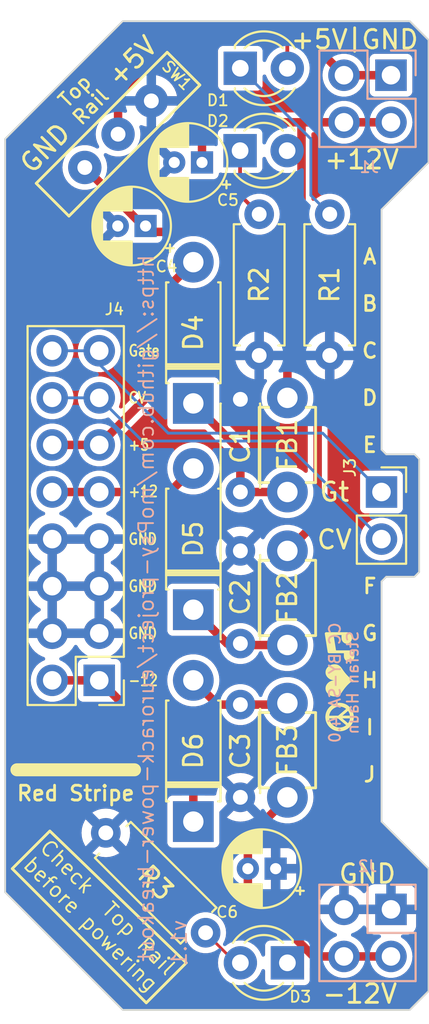
<source format=kicad_pcb>
(kicad_pcb (version 20221018) (generator pcbnew)
  (title_block (title "Eurorack Power Breakout") (date "2023-01-13") (rev "1.1") (company "moPsy"))
  (layers (0 "F.Cu" signal) (31 "B.Cu" signal) (34 "B.Paste" user) (35 "F.Paste" user) (36 "B.SilkS" user "B.Silkscreen") (37 "F.SilkS" user "F.Silkscreen") (38 "B.Mask" user) (39 "F.Mask" user) (44 "Edge.Cuts" user))
  (net 0 "")
  (net 1 "Net-(C1-Pad1)")
  (net 2 "GND")
  (net 3 "Net-(C2-Pad1)")
  (net 4 "Net-(C3-Pad2)")
  (net 5 "+5V")
  (net 6 "+12V")
  (net 7 "-12V")
  (net 8 "Net-(D1-Pad1)")
  (net 9 "Net-(D2-Pad1)")
  (net 10 "Net-(D4-Pad2)")
  (net 11 "Net-(D5-Pad2)")
  (net 12 "Net-(D6-Pad1)")
  (net 13 "5Vselect")
  (net 14 "Gate")
  (net 15 "CV")
  (net 16 "Net-(D3-Pad2)")
  (footprint "Diode_THT:D_DO-41_SOD81_P7.62mm_Horizontal" (layer "F.Cu") (at 137.16 115.57 90)
    (fp_text reference "D5" (at 3.81 0 90) (layer "F.SilkS"))
    (fp_text value "1N5817")
    (pad "1" thru_hole rect (at 0 0 90) (size 2.2 2.2) (drill 1.1) (layers "*.Cu" "*.Mask") (net 3 "Net-(C2-Pad1)"))
    (pad "2" thru_hole oval (at 7.62 0 90) (size 2.2 2.2) (drill 1.1) (layers "*.Cu" "*.Mask") (net 11 "Net-(D5-Pad2)"))
  )
  (footprint "Capacitor_THT:CP_Radial_D4.0mm_P1.50mm" (layer "F.Cu") (at 137.6286 91.44 180)
    (fp_text reference "C5" (at -1.397 -2.032) (layer "F.SilkS") (effects (font (size 0.6 0.6) (thickness 0.1))))
    (fp_text value "10u")
    (pad "1" thru_hole rect (at 0 0 180) (size 1.2 1.2) (drill 0.6) (layers "*.Cu" "*.Mask") (net 6 "+12V"))
    (pad "2" thru_hole circle (at 1.5 0 180) (size 1.2 1.2) (drill 0.6) (layers "*.Cu" "*.Mask") (net 2 "GND"))
  )
  (footprint "Resistor_THT:R_Axial_DIN0207_L6.3mm_D2.5mm_P7.62mm_Horizontal" (layer "F.Cu") (at 137.822077 132.996077 135)
    (fp_text reference "R3" (at 3.81 0 315 unlocked) (layer "F.SilkS"))
    (fp_text value "22k")
    (pad "1" thru_hole circle (at 0 0 135) (size 1.6 1.6) (drill 0.8) (layers "*.Cu" "*.Mask") (net 16 "Net-(D3-Pad2)"))
    (pad "2" thru_hole oval (at 7.62 0 135) (size 1.6 1.6) (drill 0.8) (layers "*.Cu" "*.Mask") (net 2 "GND"))
  )
  (footprint "mopsy:FBeadL4D4" (layer "F.Cu") (at 142.24 106.68 90)
    (fp_text reference "FB1" (at 0 0 90 unlocked) (layer "F.SilkS"))
    (fp_text value "FerriteBead")
    (pad "1" thru_hole circle (at -2.54 0 90) (size 2.2 2.2) (drill 1.1) (layers "*.Cu" "*.Mask") (net 1 "Net-(C1-Pad1)"))
    (pad "2" thru_hole circle (at 2.54 0 90) (size 2.2 2.2) (drill 1.1) (layers "*.Cu" "*.Mask") (net 5 "+5V"))
  )
  (footprint "LED_THT:LED_D3.0mm" (layer "F.Cu") (at 139.695 86.36)
    (fp_text reference "D1" (at -1.2142 1.7272) (layer "F.SilkS") (effects (font (size 0.6 0.6) (thickness 0.1))))
    (fp_text value "rt")
    (pad "1" thru_hole rect (at 0 0) (size 1.8 1.8) (drill 0.9) (layers "*.Cu" "*.Mask") (net 8 "Net-(D1-Pad1)"))
    (pad "2" thru_hole circle (at 2.54 0) (size 1.8 1.8) (drill 0.9) (layers "*.Cu" "*.Mask") (net 13 "5Vselect"))
  )
  (footprint "Connector_PinSocket_2.54mm:PinSocket_1x02_P2.54mm_Vertical" (layer "F.Cu") (at 147.32 109.22)
    (fp_text reference "J3" (at -1.7018 -1.3208 270) (layer "F.SilkS") (effects (font (size 0.6 0.6) (thickness 0.1))))
    (fp_text value "bus")
    (pad "1" thru_hole rect locked (at 0 0) (size 1.7 1.7) (drill 1) (layers "*.Cu" "*.Mask") (net 14 "Gate"))
    (pad "2" thru_hole oval locked (at 0 2.54) (size 1.7 1.7) (drill 1) (layers "*.Cu" "*.Mask") (net 15 "CV"))
  )
  (footprint "Resistor_THT:R_Axial_DIN0207_L6.3mm_D2.5mm_P7.62mm_Horizontal" (layer "F.Cu") (at 140.716 94.234 -90)
    (fp_text reference "R2" (at 3.81 0 90) (layer "F.SilkS"))
    (fp_text value "10k")
    (pad "1" thru_hole circle (at 0 0 270) (size 1.6 1.6) (drill 0.8) (layers "*.Cu" "*.Mask") (net 9 "Net-(D2-Pad1)"))
    (pad "2" thru_hole oval (at 7.62 0 270) (size 1.6 1.6) (drill 0.8) (layers "*.Cu" "*.Mask") (net 2 "GND"))
  )
  (footprint "Resistor_THT:R_Axial_DIN0207_L6.3mm_D2.5mm_P7.62mm_Horizontal" (layer "F.Cu") (at 144.526 94.234 -90)
    (fp_text reference "R1" (at 3.81 0 90) (layer "F.SilkS"))
    (fp_text value "10k")
    (pad "1" thru_hole circle (at 0 0 270) (size 1.6 1.6) (drill 0.8) (layers "*.Cu" "*.Mask") (net 8 "Net-(D1-Pad1)"))
    (pad "2" thru_hole oval (at 7.62 0 270) (size 1.6 1.6) (drill 0.8) (layers "*.Cu" "*.Mask") (net 2 "GND"))
  )
  (footprint "mopsy:FBeadL4D4" (layer "F.Cu") (at 142.24 114.935 90)
    (fp_text reference "FB2" (at 0 0 90 unlocked) (layer "F.SilkS"))
    (fp_text value "FerriteBead")
    (pad "1" thru_hole circle (at -2.54 0 90) (size 2.2 2.2) (drill 1.1) (layers "*.Cu" "*.Mask") (net 3 "Net-(C2-Pad1)"))
    (pad "2" thru_hole circle (at 2.54 0 90) (size 2.2 2.2) (drill 1.1) (layers "*.Cu" "*.Mask") (net 6 "+12V"))
  )
  (footprint "LED_THT:LED_D3.0mm" (layer "F.Cu") (at 139.685 90.805)
    (fp_text reference "D2" (at -1.2042 -1.6002) (layer "F.SilkS") (effects (font (size 0.6 0.6) (thickness 0.1))))
    (fp_text value "ye")
    (pad "1" thru_hole rect (at 0 0) (size 1.8 1.8) (drill 0.9) (layers "*.Cu" "*.Mask") (net 9 "Net-(D2-Pad1)"))
    (pad "2" thru_hole circle (at 2.54 0) (size 1.8 1.8) (drill 0.9) (layers "*.Cu" "*.Mask") (net 6 "+12V"))
  )
  (footprint "Capacitor_THT:C_Disc_D4.3mm_W1.9mm_P5.00mm" (layer "F.Cu") (at 139.7 117.395 90)
    (fp_text reference "C2" (at 2.5 0 90) (layer "F.SilkS"))
    (fp_text value "100n")
    (pad "1" thru_hole circle (at 0 0 90) (size 1.6 1.6) (drill 0.8) (layers "*.Cu" "*.Mask") (net 3 "Net-(C2-Pad1)"))
    (pad "2" thru_hole circle (at 5 0 90) (size 1.6 1.6) (drill 0.8) (layers "*.Cu" "*.Mask") (net 2 "GND"))
  )
  (footprint "Capacitor_THT:C_Disc_D4.3mm_W1.9mm_P5.00mm" (layer "F.Cu") (at 139.7 109.22 90)
    (fp_text reference "C1" (at 2.5 0 90) (layer "F.SilkS"))
    (fp_text value "100n")
    (pad "1" thru_hole circle (at 0 0 90) (size 1.6 1.6) (drill 0.8) (layers "*.Cu" "*.Mask") (net 1 "Net-(C1-Pad1)"))
    (pad "2" thru_hole circle (at 5 0 90) (size 1.6 1.6) (drill 0.8) (layers "*.Cu" "*.Mask") (net 2 "GND"))
  )
  (footprint "mopsy:Switch_SPDT_NK236" (layer "F.Cu") (at 133.096 89.916 45)
    (fp_text reference "SW1" (at 4.490128 0 315 unlocked) (layer "F.SilkS") (effects (font (size 0.6 0.6) (thickness 0.1))))
    (fp_text value "SW_SPDT")
    (pad "1" thru_hole circle (at 0 0 45) (size 1.8 1.8) (drill 0.8) (layers "*.Cu" "*.Mask") (net 13 "5Vselect"))
    (pad "2" thru_hole circle (at 2.54 0 45) (size 1.8 1.8) (drill 0.8) (layers "*.Cu" "*.Mask") (net 2 "GND"))
    (pad "3" thru_hole circle (at -2.54 0 45) (size 1.8 1.8) (drill 0.8) (layers "*.Cu" "*.Mask") (net 5 "+5V"))
  )
  (footprint "Diode_THT:D_DO-41_SOD81_P7.62mm_Horizontal" (layer "F.Cu") (at 137.16 104.44 90)
    (fp_text reference "D4" (at 3.81 0 90) (layer "F.SilkS"))
    (fp_text value "1N5817")
    (pad "1" thru_hole rect (at 0 0 90) (size 2.2 2.2) (drill 1.1) (layers "*.Cu" "*.Mask") (net 1 "Net-(C1-Pad1)"))
    (pad "2" thru_hole oval (at 7.62 0 90) (size 2.2 2.2) (drill 1.1) (layers "*.Cu" "*.Mask") (net 10 "Net-(D4-Pad2)"))
  )
  (footprint "Capacitor_THT:CP_Radial_D4.0mm_P1.50mm" (layer "F.Cu") (at 134.5806 94.869 180)
    (fp_text reference "C4" (at -1.131 -2.1844) (layer "F.SilkS") (effects (font (size 0.6 0.6) (thickness 0.1))))
    (fp_text value "10u")
    (pad "1" thru_hole rect (at 0 0 180) (size 1.2 1.2) (drill 0.6) (layers "*.Cu" "*.Mask") (net 5 "+5V"))
    (pad "2" thru_hole circle (at 1.5 0 180) (size 1.2 1.2) (drill 0.6) (layers "*.Cu" "*.Mask") (net 2 "GND"))
  )
  (footprint "LED_THT:LED_D3.0mm" (layer "F.Cu") (at 142.24 134.62 180)
    (fp_text reference "D3" (at -0.6962 -1.8288) (layer "F.SilkS") (effects (font (size 0.6 0.6) (thickness 0.1))))
    (fp_text value "bl")
    (pad "1" thru_hole rect (at 0 0 180) (size 1.8 1.8) (drill 0.9) (layers "*.Cu" "*.Mask") (net 7 "-12V"))
    (pad "2" thru_hole circle (at 2.54 0 180) (size 1.8 1.8) (drill 0.9) (layers "*.Cu" "*.Mask") (net 16 "Net-(D3-Pad2)"))
  )
  (footprint "Capacitor_THT:CP_Radial_D4.0mm_P1.50mm" (layer "F.Cu") (at 141.605 129.54 180)
    (fp_text reference "C6" (at 2.6162 -2.3368) (layer "F.SilkS") (effects (font (size 0.6 0.6) (thickness 0.1))))
    (fp_text value "10u")
    (pad "1" thru_hole rect (at 0 0 180) (size 1.2 1.2) (drill 0.6) (layers "*.Cu" "*.Mask") (net 2 "GND"))
    (pad "2" thru_hole circle (at 1.5 0 180) (size 1.2 1.2) (drill 0.6) (layers "*.Cu" "*.Mask") (net 7 "-12V"))
  )
  (footprint "Diode_THT:D_DO-41_SOD81_P7.62mm_Horizontal" (layer "F.Cu") (at 137.16 127 90)
    (fp_text reference "D6" (at 3.81 0 90) (layer "F.SilkS"))
    (fp_text value "1N5817")
    (pad "1" thru_hole rect (at 0 0 90) (size 2.2 2.2) (drill 1.1) (layers "*.Cu" "*.Mask") (net 12 "Net-(D6-Pad1)"))
    (pad "2" thru_hole oval (at 7.62 0 90) (size 2.2 2.2) (drill 1.1) (layers "*.Cu" "*.Mask") (net 4 "Net-(C3-Pad2)"))
  )
  (footprint "Connector_PinHeader_2.54mm:PinHeader_2x08_P2.54mm_Vertical" (layer "F.Cu") (at 132.08 119.38 180)
    (fp_text reference "J4" (at -0.8128 20.0152) (layer "F.SilkS") (effects (font (size 0.6 0.6) (thickness 0.1))))
    (fp_text value "PWR")
    (pad "1" thru_hole rect (at 0 0 180) (size 1.7 1.7) (drill 1) (layers "*.Cu" "*.Mask") (net 12 "Net-(D6-Pad1)"))
    (pad "2" thru_hole oval (at 2.54 0 180) (size 1.7 1.7) (drill 1) (layers "*.Cu" "*.Mask") (net 12 "Net-(D6-Pad1)"))
    (pad "3" thru_hole oval (at 0 2.54 180) (size 1.7 1.7) (drill 1) (layers "*.Cu" "*.Mask") (net 2 "GND"))
    (pad "4" thru_hole oval (at 2.54 2.54 180) (size 1.7 1.7) (drill 1) (layers "*.Cu" "*.Mask") (net 2 "GND"))
    (pad "5" thru_hole oval (at 0 5.08 180) (size 1.7 1.7) (drill 1) (layers "*.Cu" "*.Mask") (net 2 "GND"))
    (pad "6" thru_hole oval (at 2.54 5.08 180) (size 1.7 1.7) (drill 1) (layers "*.Cu" "*.Mask") (net 2 "GND"))
    (pad "7" thru_hole oval (at 0 7.62 180) (size 1.7 1.7) (drill 1) (layers "*.Cu" "*.Mask") (net 2 "GND"))
    (pad "8" thru_hole oval (at 2.54 7.62 180) (size 1.7 1.7) (drill 1) (layers "*.Cu" "*.Mask") (net 2 "GND"))
    (pad "9" thru_hole oval (at 0 10.16 180) (size 1.7 1.7) (drill 1) (layers "*.Cu" "*.Mask") (net 11 "Net-(D5-Pad2)"))
    (pad "10" thru_hole oval (at 2.54 10.16 180) (size 1.7 1.7) (drill 1) (layers "*.Cu" "*.Mask") (net 11 "Net-(D5-Pad2)"))
    (pad "11" thru_hole oval (at 0 12.7 180) (size 1.7 1.7) (drill 1) (layers "*.Cu" "*.Mask") (net 10 "Net-(D4-Pad2)"))
    (pad "12" thru_hole oval (at 2.54 12.7 180) (size 1.7 1.7) (drill 1) (layers "*.Cu" "*.Mask") (net 10 "Net-(D4-Pad2)"))
    (pad "13" thru_hole oval (at 0 15.24 180) (size 1.7 1.7) (drill 1) (layers "*.Cu" "*.Mask") (net 15 "CV"))
    (pad "14" thru_hole oval (at 2.54 15.24 180) (size 1.7 1.7) (drill 1) (layers "*.Cu" "*.Mask") (net 15 "CV"))
    (pad "15" thru_hole oval (at 0 17.78 180) (size 1.7 1.7) (drill 1) (layers "*.Cu" "*.Mask") (net 14 "Gate"))
    (pad "16" thru_hole oval (at 2.54 17.78 180) (size 1.7 1.7) (drill 1) (layers "*.Cu" "*.Mask") (net 14 "Gate"))
  )
  (footprint "Capacitor_THT:C_Disc_D4.3mm_W1.9mm_P5.00mm" (layer "F.Cu") (at 139.7 125.69 90)
    (fp_text reference "C3" (at 2.5 0 90) (layer "F.SilkS"))
    (fp_text value "100n")
    (pad "1" thru_hole circle (at 0 0 90) (size 1.6 1.6) (drill 0.8) (layers "*.Cu" "*.Mask") (net 2 "GND"))
    (pad "2" thru_hole circle (at 5 0 90) (size 1.6 1.6) (drill 0.8) (layers "*.Cu" "*.Mask") (net 4 "Net-(C3-Pad2)"))
  )
  (footprint "mopsy:FBeadL4D4" (layer "F.Cu") (at 142.24 123.15 -90)
    (fp_text reference "FB3" (at 0 0 90 unlocked) (layer "F.SilkS"))
    (fp_text value "FerriteBead")
    (pad "1" thru_hole circle (at -2.54 0 270) (size 2.2 2.2) (drill 1.1) (layers "*.Cu" "*.Mask") (net 4 "Net-(C3-Pad2)"))
    (pad "2" thru_hole circle (at 2.54 0 270) (size 2.2 2.2) (drill 1.1) (layers "*.Cu" "*.Mask") (net 7 "-12V"))
  )
  (footprint "Connector_PinHeader_2.54mm:PinHeader_2x02_P2.54mm_Vertical" (layer "B.Cu") (at 147.833 86.735 180)
    (fp_text reference "J1" (at 1.1734 -4.959) (layer "B.SilkS") (effects (font (size 0.6 0.6) (thickness 0.1)) (justify mirror)))
    (fp_text value "upper")
    (pad "1" thru_hole rect locked (at 0 0 180) (size 1.7 1.7) (drill 1) (layers "*.Cu" "*.Mask") (net 13 "5Vselect"))
    (pad "2" thru_hole oval locked (at 2.54 0 180) (size 1.7 1.7) (drill 1) (layers "*.Cu" "*.Mask") (net 13 "5Vselect"))
    (pad "3" thru_hole oval locked (at 0 -2.54 180) (size 1.7 1.7) (drill 1) (layers "*.Cu" "*.Mask") (net 6 "+12V"))
    (pad "4" thru_hole oval locked (at 2.54 -2.54 180) (size 1.7 1.7) (drill 1) (layers "*.Cu" "*.Mask") (net 6 "+12V"))
  )
  (footprint "Connector_PinHeader_2.54mm:PinHeader_2x02_P2.54mm_Vertical" (layer "B.Cu") (at 147.833 131.735 180)
    (fp_text reference "J2" (at 1.27 2.33) (layer "B.SilkS") (effects (font (size 0.6 0.6) (thickness 0.1)) (justify mirror)))
    (fp_text value "lower")
    (pad "1" thru_hole rect locked (at 0 0 180) (size 1.7 1.7) (drill 1) (layers "*.Cu" "*.Mask") (net 2 "GND"))
    (pad "2" thru_hole oval locked (at 2.54 0 180) (size 1.7 1.7) (drill 1) (layers "*.Cu" "*.Mask") (net 2 "GND"))
    (pad "3" thru_hole oval locked (at 0 -2.54 180) (size 1.7 1.7) (drill 1) (layers "*.Cu" "*.Mask") (net 7 "-12V"))
    (pad "4" thru_hole oval locked (at 2.54 -2.54 180) (size 1.7 1.7) (drill 1) (layers "*.Cu" "*.Mask") (net 7 "-12V"))
  )
  (gr_line (start 144.399734 121.259761) (end 144.405587 121.22699) (stroke (width 0.2)) (layer "F.SilkS"))
  (gr_line (start 144.392067 121.361105) (end 144.392933 121.32686) (stroke (width 0.2)) (layer "F.SilkS"))
  (gr_line (start 145.693088 121.163215) (end 145.702055 121.194794) (stroke (width 0.2)) (layer "F.SilkS"))
  (gr_line (start 144.405587 121.22699) (end 144.413018 121.194794) (stroke (width 0.2)) (layer "F.SilkS"))
  (gr_line (start 145.374739 120.775955) (end 145.402607 120.791978) (stroke (width 0.2)) (layer "F.SilkS"))
  (gr_line (start 134.62 136.779) (end 136.779 134.62) (stroke (width 0.15)) (layer "F.SilkS"))
  (gr_line (start 144.457689 121.649614) (end 144.444363 121.620136) (stroke (width 0.2)) (layer "F.SilkS"))
  (gr_line (start 145.72214 121.32686) (end 145.723006 121.361105) (stroke (width 0.2)) (layer "F.SilkS"))
  (gr_line (start 145.702055 121.194794) (end 145.709486 121.22699) (stroke (width 0.2)) (layer "F.SilkS"))
  (gr_line (start 145.286347 120.736017) (end 145.316567 120.747932) (stroke (width 0.2)) (layer "F.SilkS"))
  (gr_line (start 144.712466 120.791978) (end 144.740334 120.775955) (stroke (width 0.2)) (layer "F.SilkS"))
  (gr_line (start 144.685466 121.912923) (end 144.659376 121.89437) (stroke (width 0.2)) (layer "F.SilkS"))
  (gr_line (start 145.480837 120.847597) (end 145.504983 120.868513) (stroke (width 0.2)) (layer "F.SilkS"))
  (gr_line (start 145.091782 122.025709) (end 145.057537 122.026575) (stroke (width 0.2)) (layer "F.SilkS"))
  (gr_line (start 144.859646 120.725554) (end 144.891226 120.716587) (stroke (width 0.2)) (layer "F.SilkS"))
  (gr_line (start 145.223848 122.005624) (end 145.191652 122.013055) (stroke (width 0.2)) (layer "F.SilkS"))
  (gr_line (start 145.528094 121.831663) (end 145.504983 121.853698) (stroke (width 0.2)) (layer "F.SilkS"))
  (gr_line (start 145.402607 120.791978) (end 145.429607 120.809288) (stroke (width 0.2)) (layer "F.SilkS"))
  (gr_line (start 145.509434 120.935232) (end 144.997909 121.369386) (stroke (width 0.149999)) (layer "F.SilkS"))
  (gr_line (start 145.402607 121.930233) (end 145.374739 121.946256) (stroke (width 0.2)) (layer "F.SilkS"))
  (gr_line (start 144.413018 121.527417) (end 144.405587 121.495221) (stroke (width 0.2)) (layer "F.SilkS"))
  (gr_line (start 145.346045 120.761259) (end 145.374739 120.775955) (stroke (width 0.2)) (layer "F.SilkS"))
  (gr_line (start 145.702055 121.527417) (end 145.693088 121.558996) (stroke (width 0.2)) (layer "F.SilkS"))
  (gr_line (start 144.956192 120.703304) (end 144.989496 120.699072) (stroke (width 0.2)) (layer "F.SilkS"))
  (gr_line (start 145.67071 121.620136) (end 145.657383 121.649614) (stroke (width 0.2)) (layer "F.SilkS"))
  (gr_line (start 145.642687 121.678308) (end 145.626664 121.706175) (stroke (width 0.2)) (layer "F.SilkS"))
  (gr_line (start 145.512849 121.79166) (end 144.998235 121.354886) (stroke (width 0.149999)) (layer "F.SilkS"))
  (gr_line (start 144.564944 121.808552) (end 144.544028 121.784406) (stroke (width 0.2)) (layer "F.SilkS"))
  (gr_line (start 144.798506 121.974279) (end 144.769028 121.960952) (stroke (width 0.2)) (layer "F.SilkS"))
  (gr_line (start 144.432447 121.132295) (end 144.444363 121.102075) (stroke (width 0.2)) (layer "F.SilkS"))
  (gr_line (start 144.769028 120.761259) (end 144.798506 120.747932) (stroke (width 0.2)) (layer "F.SilkS"))
  (gr_line (start 144.634236 121.874614) (end 144.61009 121.853698) (stroke (width 0.2)) (layer "F.SilkS"))
  (gr_line (start 144.989496 120.699072) (end 145.023292 120.696502) (stroke (width 0.2)) (layer "F.SilkS"))
  (gr_line (start 145.550129 121.808552) (end 145.528094 121.831663) (stroke (width 0.2)) (layer "F.SilkS"))
  (gr_line (start 144.421985 121.163215) (end 144.432447 121.132295) (stroke (width 0.2)) (layer "F.SilkS"))
  (gr_line (start 145.191652 122.013055) (end 145.158881 122.018907) (stroke (width 0.2)) (layer "F.SilkS"))
  (gr_line (start 127.635 124.206) (end 133.985 124.206) (stroke (width 0.7)) (layer "F.SilkS"))
  (gr_line (start 145.715338 121.46245) (end 145.709486 121.495221) (stroke (width 0.2)) (layer "F.SilkS"))
  (gr_line (start 145.504983 121.853698) (end 145.480837 121.874614) (stroke (width 0.2)) (layer "F.SilkS"))
  (gr_line (start 144.740334 121.946256) (end 144.712466 121.930233) (stroke (width 0.2)) (layer "F.SilkS"))
  (gr_line (start 144.413018 121.194794) (end 144.421985 121.163215) (stroke (width 0.2)) (layer "F.SilkS"))
  (gr_line (start 145.609354 121.733176) (end 145.590801 121.759266) (stroke (width 0.2)) (layer "F.SilkS"))
  (gr_line (start 144.769028 121.960952) (end 144.740334 121.946256) (stroke (width 0.2)) (layer "F.SilkS"))
  (gr_line (start 144.488409 121.016035) (end 144.505719 120.989035) (stroke (width 0.2)) (layer "F.SilkS"))
  (gr_line (start 144.395503 121.429146) (end 144.392933 121.39535) (stroke (width 0.2)) (layer "F.SilkS"))
  (gr_line (start 145.528094 120.890548) (end 145.550129 120.913659) (stroke (width 0.2)) (layer "F.SilkS"))
  (gr_line (start 145.057537 122.026575) (end 145.023292 122.025709) (stroke (width 0.2)) (layer "F.SilkS"))
  (gr_line (start 145.693088 121.558996) (end 145.682625 121.589916) (stroke (width 0.2)) (layer "F.SilkS"))
  (gr_line (start 144.61009 121.853698) (end 144.586978 121.831663) (stroke (width 0.2)) (layer "F.SilkS"))
  (gr_line (start 144.505719 121.733176) (end 144.488409 121.706175) (stroke (width 0.2)) (layer "F.SilkS"))
  (gr_line (start 145.709486 121.22699) (end 145.715338 121.259761) (stroke (width 0.2)) (layer "F.SilkS"))
  (gr_line (start 144.444363 121.620136) (end 144.432447 121.589916) (stroke (width 0.2)) (layer "F.SilkS"))
  (gr_line (start 145.158881 122.018907) (end 145.125577 122.023139) (stroke (width 0.2)) (layer "F.SilkS"))
  (gr_line (start 145.504983 120.868513) (end 145.528094 120.890548) (stroke (width 0.2)) (layer "F.SilkS"))
  (gr_line (start 144.564944 120.913659) (end 144.586978 120.890548) (stroke (width 0.2)) (layer "F.SilkS"))
  (gr_line (start 144.989496 122.023139) (end 144.956192 122.018907) (stroke (width 0.2)) (layer "F.SilkS"))
  (gr_line (start 144.859646 121.996657) (end 144.828726 121.986194) (stroke (width 0.2)) (layer "F.SilkS"))
  (gr_line (start 145.286347 121.986194) (end 145.255427 121.996657) (stroke (width 0.2)) (layer "F.SilkS"))
  (gr_line (start 145.429607 121.912923) (end 145.402607 121.930233) (stroke (width 0.2)) (layer "F.SilkS"))
  (gr_line (start 144.444363 121.102075) (end 144.457689 121.072597) (stroke (width 0.2)) (layer "F.SilkS"))
  (gr_line (start 145.125577 120.699072) (end 145.158881 120.703304) (stroke (width 0.2)) (layer "F.SilkS"))
  (gr_line (start 144.659376 121.89437) (end 144.634236 121.874614) (stroke (width 0.2)) (layer "F.SilkS"))
  (gr_line (start 144.828726 120.736017) (end 144.859646 120.725554) (stroke (width 0.2)) (layer "F.SilkS"))
  (gr_line (start 145.657383 121.072597) (end 145.67071 121.102075) (stroke (width 0.2)) (layer "F.SilkS"))
  (gr_line (start 144.634236 120.847597) (end 144.659376 120.827841) (stroke (width 0.2)) (layer "F.SilkS"))
  (gr_line (start 144.685466 120.809288) (end 144.712466 120.791978) (stroke (width 0.2)) (layer "F.SilkS"))
  (gr_line (start 144.457689 121.072597) (end 144.472385 121.043903) (stroke (width 0.2)) (layer "F.SilkS"))
  (gr_line (start 145.657383 121.649614) (end 145.642687 121.678308) (stroke (width 0.2)) (layer "F.SilkS"))
  (gr_line (start 144.392933 121.32686) (end 144.395503 121.293065) (stroke (width 0.2)) (layer "F.SilkS"))
  (gr_line (start 144.544028 121.784406) (end 144.524272 121.759266) (stroke (width 0.2)) (layer "F.SilkS"))
  (gr_line (start 144.891226 122.005624) (end 144.859646 121.996657) (stroke (width 0.2)) (layer "F.SilkS"))
  (gr_line (start 145.71957 121.293065) (end 145.72214 121.32686) (stroke (width 0.2)) (layer "F.SilkS"))
  (gr_line (start 145.057537 120.695636) (end 145.057537 120.695636) (stroke (width 0.2)) (layer "F.SilkS"))
  (gr_line (start 145.642687 121.043903) (end 145.657383 121.072597) (stroke (width 0.2)) (layer "F.SilkS"))
  (gr_line (start 145.255427 121.996657) (end 145.223848 122.005624) (stroke (width 0.2)) (layer "F.SilkS"))
  (gr_line (start 145.057537 122.026575) (end 145.057537 122.026575) (stroke (width 0.2)) (layer "F.SilkS"))
  (gr_line (start 145.316567 121.974279) (end 145.286347 121.986194) (stroke (width 0.2)) (layer "F.SilkS"))
  (gr_line (start 145.8722 84.1756) (end 145.8722 85.4456) (stroke (width 0.15)) (layer "F.SilkS"))
  (gr_line (start 127.381 129.54) (end 129.413 127.508) (stroke (width 0.15)) (layer "F.SilkS"))
  (gr_line (start 144.392933 121.39535) (end 144.392067 121.361105) (stroke (width 0.2)) (layer "F.SilkS"))
  (gr_line (start 144.405587 121.495221) (end 144.399734 121.46245) (stroke (width 0.2)) (layer "F.SilkS"))
  (gr_line (start 144.586978 120.890548) (end 144.61009 120.868513) (stroke (width 0.2)) (layer "F.SilkS"))
  (gr_line (start 145.67071 121.102075) (end 145.682625 121.132295) (stroke (width 0.2)) (layer "F.SilkS"))
  (gr_line (start 144.392067 121.361105) (end 144.392067 121.361105) (stroke (width 0.2)) (layer "F.SilkS"))
  (gr_line (start 145.723006 121.361105) (end 145.723006 121.361105) (stroke (width 0.2)) (layer "F.SilkS"))
  (gr_line (start 129.413 127.508) (end 136.779 134.62) (stroke (width 0.15)) (layer "F.SilkS"))
  (gr_line (start 144.956192 122.018907) (end 144.923421 122.013055) (stroke (width 0.2)) (layer "F.SilkS"))
  (gr_line (start 144.891226 120.716587) (end 144.923421 120.709156) (stroke (width 0.2)) (layer "F.SilkS"))
  (gr_line (start 144.659376 120.827841) (end 144.685466 120.809288) (stroke (width 0.2)) (layer "F.SilkS"))
  (gr_line (start 145.429607 120.809288) (end 145.455697 120.827841) (stroke (width 0.2)) (layer "F.SilkS"))
  (gr_line (start 145.626664 121.016035) (end 145.642687 121.043903) (stroke (width 0.2)) (layer "F.SilkS"))
  (gr_line (start 145.023292 122.025709) (end 144.989496 122.023139) (stroke (width 0.2)) (layer "F.SilkS"))
  (gr_line (start 145.346045 121.960952) (end 145.316567 121.974279) (stroke (width 0.2)) (layer "F.SilkS"))
  (gr_line (start 144.923421 120.709156) (end 144.956192 120.703304) (stroke (width 0.2)) (layer "F.SilkS"))
  (gr_line (start 145.72214 121.39535) (end 145.71957 121.429146) (stroke (width 0.2)) (layer "F.SilkS"))
  (gr_line (start 144.923421 122.013055) (end 144.891226 122.005624) (stroke (width 0.2)) (layer "F.SilkS"))
  (gr_line (start 144.798506 120.747932) (end 144.828726 120.736017) (stroke (width 0.2)) (layer "F.SilkS"))
  (gr_line (start 144.472385 121.043903) (end 144.488409 121.016035) (stroke (width 0.2)) (layer "F.SilkS"))
  (gr_line (start 145.626664 121.706175) (end 145.609354 121.733176) (stroke (width 0.2)) (layer "F.SilkS"))
  (gr_line (start 145.057537 120.695636) (end 145.091782 120.696502) (stroke (width 0.2)) (layer "F.SilkS"))
  (gr_line (start 145.590801 121.759266) (end 145.571045 121.784406) (stroke (width 0.2)) (layer "F.SilkS"))
  (gr_line (start 145.682625 121.589916) (end 145.67071 121.620136) (stroke (width 0.2)) (layer "F.SilkS"))
  (gr_line (start 145.571045 121.784406) (end 145.550129 121.808552) (stroke (width 0.2)) (layer "F.SilkS"))
  (gr_line (start 144.452393 121.364421) (end 145.670417 121.35779) (stroke (width 0.149999)) (layer "F.SilkS"))
  (gr_line (start 144.505719 120.989035) (end 144.524272 120.962945) (stroke (width 0.2)) (layer "F.SilkS"))
  (gr_line (start 145.255427 120.725554) (end 145.286347 120.736017) (stroke (width 0.2)) (layer "F.SilkS"))
  (gr_line (start 145.125577 122.023139) (end 145.091782 122.025709) (stroke (width 0.2)) (layer "F.SilkS"))
  (gr_line (start 144.828726 121.986194) (end 144.798506 121.974279) (stroke (width 0.2)) (layer "F.SilkS"))
  (gr_line (start 144.712466 121.930233) (end 144.685466 121.912923) (stroke (width 0.2)) (layer "F.SilkS"))
  (gr_line (start 145.455697 120.827841) (end 145.480837 120.847597) (stroke (width 0.2)) (layer "F.SilkS"))
  (gr_line (start 145.609354 120.989035) (end 145.626664 121.016035) (stroke (width 0.2)) (layer "F.SilkS"))
  (gr_line (start 144.524272 120.962945) (end 144.544028 120.937805) (stroke (width 0.2)) (layer "F.SilkS"))
  (gr_line (start 144.399734 121.46245) (end 144.395503 121.429146) (stroke (width 0.2)) (layer "F.SilkS"))
  (gr_line (start 145.091782 120.696502) (end 145.125577 120.699072) (stroke (width 0.2)) (layer "F.SilkS"))
  (gr_line (start 144.472385 121.678308) (end 144.457689 121.649614) (stroke (width 0.2)) (layer "F.SilkS"))
  (gr_line (start 145.455697 121.89437) (end 145.429607 121.912923) (stroke (width 0.2)) (layer "F.SilkS"))
  (gr_line (start 144.421985 121.558996) (end 144.413018 121.527417) (stroke (width 0.2)) (layer "F.SilkS"))
  (gr_line (start 145.571045 120.937805) (end 145.590801 120.962945) (stroke (width 0.2)) (layer "F.SilkS"))
  (gr_line (start 145.158881 120.703304) (end 145.191652 120.709156) (stroke (width 0.2)) (layer "F.SilkS"))
  (gr_poly (pts (xy 144.298755 118.934755) (xy 144.299189 118.923746) (xy 144.299911 118.912845) (xy 144.300923 118.902054) (xy 144.302223 118.891371) (xy 144.303813 118.880797) (xy 144.305691 118.870332) (xy 144.307858 118.859976) (xy 144.310315 118.849729) (xy 144.31306 118.83959) (xy 144.316094 118.82956) (xy 144.319417 118.819639) (xy 144.323029 118.809827) (xy 144.32693 118.800124) (xy 144.33112 118.790529) (xy 144.335599 118.781044) (xy 144.340667 118.771105) (xy 144.345961 118.761311) (xy 144.351483 118.751662) (xy 144.357231 118.742158) (xy 144.363207 118.732799) (xy 144.369409 118.723586) (xy 144.375839 118.714517) (xy 144.382496 118.705594) (xy 144.389379 118.696816) (xy 144.39649 118.688182) (xy 144.403828 118.679694) (xy 144.411393 118.671351) (xy 144.419185 118.663153) (xy 144.427203 118.6551) (xy 144.435449 118.647192) (xy 144.443922 118.63943) (xy 144.452917 118.631576) (xy 144.462066 118.623977) (xy 144.47137 118.616631) (xy 144.480828 118.60954) (xy 144.490442 118.602702) (xy 144.50021 118.596118) (xy 144.510134 118.589789) (xy 144.520212 118.583713) (xy 144.530444 118.577891) (xy 144.540832 118.572323) (xy 144.551374 118.567009) (xy 144.562071 118.561949) (xy 144.572923 118.557142) (xy 144.58393 118.55259) (xy 144.595092 118.548292) (xy 144.606408 118.544247) (xy 144.617833 118.540312) (xy 144.62932 118.53663) (xy 144.640868 118.533202) (xy 144.652479 118.530028) (xy 144.664151 118.527108) (xy 144.675885 118.524442) (xy 144.687681 118.522029) (xy 144.69954 118.519871) (xy 144.71146 118.517966) (xy 144.723442 118.516316) (xy 144.735486 118.514919) (xy 144.747591 118.513777) (xy 144.759759 118.512888) (xy 144.771989 118.512253) (xy 144.78428 118.511872) (xy 144.796634 118.511745) (xy 144.826001 118.512625) (xy 144.854656 118.515264) (xy 144.882598 118.519662) (xy 144.909829 118.525819) (xy 144.936347 118.533736) (xy 144.962154 118.543412) (xy 144.987248 118.554848) (xy 145.01163 118.568043) (xy 145.0353 118.582997) (xy 145.058258 118.59971) (xy 145.080504 118.618182) (xy 145.102038 118.638414) (xy 145.122859 118.660405) (xy 145.142969 118.684156) (xy 145.162366 118.709665) (xy 145.181051 118.736934) (xy 145.220997 118.79617) (xy 145.260911 118.852866) (xy 145.300794 118.907023) (xy 145.340647 118.958641) (xy 145.380468 119.00772) (xy 145.420259 119.05426) (xy 145.460018 119.09826) (xy 145.499747 119.139721) (xy 145.539444 119.178643) (xy 145.579111 119.215026) (xy 145.618747 119.24887) (xy 145.658351 119.280174) (xy 145.697925 119.30894) (xy 145.737468 119.335166) (xy 145.77698 119.358853) (xy 145.816461 119.38) (xy 145.816461 119.380001) (xy 145.77698 119.401148) (xy 145.737468 119.424835) (xy 145.697925 119.451062) (xy 145.658351 119.479827) (xy 145.618747 119.511131) (xy 145.579111 119.544975) (xy 145.539444 119.581358) (xy 145.499747 119.62028) (xy 145.460018 119.661741) (xy 145.420259 119.705742) (xy 145.380468 119.752281) (xy 145.340647 119.80136) (xy 145.300794 119.852978) (xy 145.260911 119.907135) (xy 145.220997 119.963831) (xy 145.181051 120.023067) (xy 145.162057 120.050336) (xy 145.142391 120.075845) (xy 145.122054 120.099596) (xy 145.101047 120.121587) (xy 145.079369 120.141819) (xy 145.05702 120.160291) (xy 145.034 120.177005) (xy 145.022239 120.184701) (xy 145.010309 120.191959) (xy 144.998212 120.198776) (xy 144.985948 120.205153) (xy 144.973516 120.211091) (xy 144.960916 120.216589) (xy 144.948148 120.221647) (xy 144.935213 120.226265) (xy 144.922109 120.230443) (xy 144.908839 120.234181) (xy 144.8954 120.23748) (xy 144.881794 120.240339) (xy 144.86802 120.242758) (xy 144.854078 120.244737) (xy 144.825691 120.247376) (xy 144.796634 120.248256) (xy 144.771989 120.247766) (xy 144.747591 120.246297) (xy 144.723442 120.243849) (xy 144.69954 120.240421) (xy 144.675885 120.236013) (xy 144.652479 120.230627) (xy 144.62932 120.22426) (xy 144.606408 120.216915) (xy 144.595092 120.21273) (xy 144.58393 120.2083) (xy 144.572923 120.203625) (xy 144.562071 120.198705) (xy 144.551374 120.193541) (xy 144.540832 120.188131) (xy 144.530444 120.182477) (xy 144.520212 120.176578) (xy 144.510134 120.170434) (xy 144.50021 120.164046) (xy 144.490442 120.157412) (xy 144.480828 120.150534) (xy 144.47137 120.14341) (xy 144.462066 120.136042) (xy 144.452917 120.128429) (xy 144.443922 120.120572) (xy 144.435449 120.112809) (xy 144.427203 120.104901) (xy 144.419185 120.096848) (xy 144.411393 120.08865) (xy 144.403828 120.080307) (xy 144.39649 120.071819) (xy 144.389379 120.063186) (xy 144.382496 120.054408) (xy 144.375839 120.045484) (xy 144.369409 120.036416) (xy 144.363207 120.027202) (xy 144.357231 120.017843) (xy 144.351483 120.008339) (xy 144.345961 119.99869) (xy 144.340667 119.988896) (xy 144.335599 119.978957) (xy 144.33112 119.969472) (xy 144.32693 119.959877) (xy 144.323029 119.950174) (xy 144.319417 119.940362) (xy 144.316094 119.930441) (xy 144.31306 119.920411) (xy 144.310315 119.910272) (xy 144.307858 119.900025) (xy 144.305691 119.889669) (xy 144.303813 119.879203) (xy 144.302223 119.86863) (xy 144.300923 119.857947) (xy 144.299911 119.847155) (xy 144.299189 119.836255) (xy 144.298755 119.825246) (xy 144.298611 119.814128) (xy 144.298755 119.80301) (xy 144.299189 119.792001) (xy 144.299911 119.7811) (xy 144.300923 119.770309) (xy 144.302223 119.759626) (xy 144.303813 119.749052) (xy 144.305691 119.738587) (xy 144.307858 119.728231) (xy 144.310315 119.717983) (xy 144.31306 119.707845) (xy 144.316094 119.697815) (xy 144.319417 119.687894) (xy 144.323029 119.678082) (xy 144.32693 119.668378) (xy 144.33112 119.658784) (xy 144.335599 119.649298) (xy 144.340512 119.639495) (xy 144.345672 119.629819) (xy 144.35108 119.62027) (xy 144.356736 119.610848) (xy 144.362639 119.601553) (xy 144.36879 119.592385) (xy 144.375189 119.583343) (xy 144.381835 119.574429) (xy 144.388729 119.565642) (xy 144.395871 119.556981) (xy 144.40326 119.548448) (xy 144.410897 119.540041) (xy 144.418782 119.531762) (xy 144.426914 119.523609) (xy 144.435294 119.515584) (xy 144.443922 119.507685) (xy 144.452597 119.500108) (xy 144.461447 119.492758) (xy 144.470472 119.485635) (xy 144.479673 119.478738) (xy 144.489049 119.472068) (xy 144.4986 119.465625) (xy 144.508327 119.459408) (xy 144.51823 119.453419) (xy 144.528308 119.447656) (xy 144.538561 119.442119) (xy 144.54899 119.43681) (xy 144.559594 119.431727) (xy 144.570374 119.426871) (xy 144.581329 119.422241) (xy 144.59246 119.417839) (xy 144.603766 119.413663) (xy 144.615046 119.409586) (xy 144.626429 119.405773) (xy 144.637916 119.402223) (xy 144.649506 119.398935) (xy 144.661199 119.395911) (xy 144.672995 119.39315) (xy 144.684895 119.390651) (xy 144.696897 119.388416) (xy 144.709003 119.386443) (xy 144.721212 119.384734) (xy 144.733524 119.383288) (xy 144.74594 119.382104) (xy 144.758459 119.381184) (xy 144.77108 119.380526) (xy 144.783806 119.380132) (xy 144.796634 119.38) (xy 144.77108 119.379492) (xy 144.74594 119.377969) (xy 144.721212 119.37543) (xy 144.709003 119.373779) (xy 144.696897 119.371875) (xy 144.684895 119.369716) (xy 144.672995 119.367304) (xy 144.661199 119.364638) (xy 144.649506 119.361718) (xy 144.637916 119.358544) (xy 144.626429 119.355116) (xy 144.615046 119.351435) (xy 144.603766 119.347499) (xy 144.59246 119.343182) (xy 144.581329 119.338648) (xy 144.570374 119.333896) (xy 144.559594 119.328927) (xy 144.54899 119.32374) (xy 144.538561 119.318335) (xy 144.528308 119.312712) (xy 144.51823 119.306872) (xy 144.508327 119.300814) (xy 144.4986 119.294539) (xy 144.489049 119.288046) (xy 144.479672 119.281335) (xy 144.470472 119.274407) (xy 144.461447 119.267261) (xy 144.452597 119.259897) (xy 144.443922 119.252316) (xy 144.435294 119.244417) (xy 144.426914 119.236391) (xy 144.418782 119.228239) (xy 144.410897 119.219959) (xy 144.40326 119.211553) (xy 144.395871 119.203019) (xy 144.388729 119.194359) (xy 144.381835 119.185572) (xy 144.375189 119.176657) (xy 144.36879 119.167616) (xy 144.362639 119.158448) (xy 144.356736 119.149153) (xy 144.35108 119.13973) (xy 144.345672 119.130181) (xy 144.340512 119.120505) (xy 144.335599 119.110702) (xy 144.33112 119.101216) (xy 144.32693 119.091622) (xy 144.323029 119.081919) (xy 144.319417 119.072106) (xy 144.316094 119.062185) (xy 144.31306 119.052156) (xy 144.310315 119.042017) (xy 144.307858 119.03177) (xy 144.305691 119.021414) (xy 144.303813 119.010949) (xy 144.302223 119.000375) (xy 144.300923 118.989692) (xy 144.299911 118.9789) (xy 144.299189 118.968) (xy 144.298755 118.956991) (xy 144.298611 118.945873)) (fill solid) (layer "F.SilkS"))
  (gr_line (start 144.488409 121.706175) (end 144.472385 121.678308) (stroke (width 0.2)) (layer "F.SilkS"))
  (gr_line (start 144.395503 121.293065) (end 144.399734 121.259761) (stroke (width 0.2)) (layer "F.SilkS"))
  (gr_line (start 145.316567 120.747932) (end 145.346045 120.761259) (stroke (width 0.2)) (layer "F.SilkS"))
  (gr_line (start 145.023292 120.696502) (end 145.057537 120.695636) (stroke (width 0.2)) (layer "F.SilkS"))
  (gr_line (start 145.191652 120.709156) (end 145.223848 120.716587) (stroke (width 0.2)) (layer "F.SilkS"))
  (gr_poly (pts (xy 144.258413 116.855819) (xy 144.258777 116.851673) (xy 144.259361 116.847561) (xy 144.260165 116.843494) (xy 144.261184 116.839479) (xy 144.262417 116.835525) (xy 144.26386 116.831641) (xy 144.265513 116.827835) (xy 144.267371 116.824115) (xy 144.269433 116.820492) (xy 144.271696 116.816971) (xy 144.274157 116.813564) (xy 144.276814 116.810277) (xy 144.279648 116.807139) (xy 144.282633 116.804175) (xy 144.28576 116.80139) (xy 144.289022 116.798788) (xy 144.292409 116.796371) (xy 144.295915 116.794145) (xy 144.299529 116.792112) (xy 144.303245 116.790277) (xy 144.307054 116.788643) (xy 144.310948 116.787215) (xy 144.314917 116.785996) (xy 144.318955 116.784991) (xy 144.323052 116.784202) (xy 144.327201 116.783633) (xy 144.331393 116.783289) (xy 144.33562 116.783174) (xy 145.444277 116.783174) (xy 145.458849 116.783577) (xy 145.473233 116.784774) (xy 145.48741 116.786745) (xy 145.501362 116.789471) (xy 145.515071 116.792931) (xy 145.52852 116.797107) (xy 145.54169 116.801978) (xy 145.554564 116.807526) (xy 145.567124 116.81373) (xy 145.57935 116.820571) (xy 145.591227 116.828029) (xy 145.602735 116.836085) (xy 145.613857 116.844719) (xy 145.624575 116.853912) (xy 145.63487 116.863643) (xy 145.644725 116.873894) (xy 145.654122 116.884645) (xy 145.663043 116.895876) (xy 145.67147 116.907568) (xy 145.679385 116.919701) (xy 145.686769 116.932255) (xy 145.693606 116.945211) (xy 145.699877 116.95855) (xy 145.705564 116.972251) (xy 145.71065 116.986295) (xy 145.715115 117.000662) (xy 145.718943 117.015334) (xy 145.722115 117.03029) (xy 145.724614 117.04551) (xy 145.726421 117.060976) (xy 145.727518 117.076667) (xy 145.727888 117.092564) (xy 145.727518 117.108462) (xy 145.726421 117.124153) (xy 145.724614 117.139619) (xy 145.722115 117.154839) (xy 145.718943 117.169795) (xy 145.715116 117.184467) (xy 145.71065 117.198834) (xy 145.705565 117.212879) (xy 145.699878 117.22658) (xy 145.693607 117.239918) (xy 145.68677 117.252874) (xy 145.679385 117.265429) (xy 145.671471 117.277561) (xy 145.663044 117.289253) (xy 145.654123 117.300485) (xy 145.644726 117.311236) (xy 145.634871 117.321487) (xy 145.624576 117.331219) (xy 145.613858 117.340411) (xy 145.602737 117.349046) (xy 145.591228 117.357102) (xy 145.579352 117.36456) (xy 145.567125 117.371401) (xy 145.554566 117.377605) (xy 145.541692 117.383153) (xy 145.528521 117.388024) (xy 145.515072 117.3922) (xy 145.501363 117.39566) (xy 145.48741 117.398386) (xy 145.473233 117.400357) (xy 145.458849 117.401554) (xy 145.444277 117.401957) (xy 145.429704 117.401554) (xy 145.41532 117.400357) (xy 145.401143 117.398386) (xy 145.387191 117.39566) (xy 145.373481 117.3922) (xy 145.360032 117.388024) (xy 145.346862 117.383153) (xy 145.333988 117.377605) (xy 145.321429 117.371401) (xy 145.309202 117.36456) (xy 145.297325 117.357102) (xy 145.285817 117.349046) (xy 145.274695 117.340411) (xy 145.263978 117.331219) (xy 145.253683 117.321487) (xy 145.243827 117.311236) (xy 145.234431 117.300485) (xy 145.22551 117.289253) (xy 145.217083 117.277561) (xy 145.209168 117.265429) (xy 145.201784 117.252874) (xy 145.194947 117.239918) (xy 145.188676 117.22658) (xy 145.182989 117.212879) (xy 145.177904 117.198834) (xy 145.173438 117.184467) (xy 145.16961 117.169795) (xy 145.166438 117.154839) (xy 145.16394 117.139619) (xy 145.162133 117.124153) (xy 145.161036 117.108462) (xy 145.160666 117.092564) (xy 145.160666 116.937869) (xy 144.735529 116.937869) (xy 144.8658 117.762915) (xy 145.573189 117.762915) (xy 145.587762 117.763319) (xy 145.602146 117.764516) (xy 145.616323 117.766487) (xy 145.630275 117.769213) (xy 145.643985 117.772673) (xy 145.657434 117.776849) (xy 145.670604 117.78172) (xy 145.683478 117.787268) (xy 145.696038 117.793472) (xy 145.708264 117.800313) (xy 145.720141 117.807771) (xy 145.731649 117.815827) (xy 145.742771 117.824462) (xy 145.753488 117.833654) (xy 145.763784 117.843386) (xy 145.773639 117.853638) (xy 145.783036 117.864389) (xy 145.791957 117.87562) (xy 145.800383 117.887312) (xy 145.808298 117.899445) (xy 145.815683 117.911999) (xy 145.82252 117.924955) (xy 145.82879 117.938294) (xy 145.834477 117.951995) (xy 145.839563 117.966039) (xy 145.844028 117.980407) (xy 145.847856 117.995078) (xy 145.851028 118.010034) (xy 145.853526 118.025255) (xy 145.855333 118.04072) (xy 145.85643 118.056412) (xy 145.8568 118.072309) (xy 145.85643 118.088206) (xy 145.855333 118.103897) (xy 145.853526 118.119363) (xy 145.851028 118.134584) (xy 145.847856 118.14954) (xy 145.844028 118.164211) (xy 145.839563 118.178579) (xy 145.834477 118.192623) (xy 145.82879 118.206324) (xy 145.82252 118.219663) (xy 145.815683 118.232619) (xy 145.808298 118.245173) (xy 145.800383 118.257306) (xy 145.791957 118.268998) (xy 145.783036 118.280229) (xy 145.773639 118.29098) (xy 145.763784 118.301231) (xy 145.753488 118.310963) (xy 145.742771 118.320156) (xy 145.731649 118.32879) (xy 145.720141 118.336846) (xy 145.708264 118.344305) (xy 145.696038 118.351146) (xy 145.683478 118.35735) (xy 145.670604 118.362897) (xy 145.657434 118.367769) (xy 145.643985 118.371945) (xy 145.630275 118.375405) (xy 145.616323 118.378131) (xy 145.602146 118.380102) (xy 145.587762 118.381299) (xy 145.573189 118.381702) (xy 145.558617 118.381299) (xy 145.544234 118.380102) (xy 145.530057 118.378131) (xy 145.516105 118.375405) (xy 145.502395 118.371945) (xy 145.488946 118.367769) (xy 145.475776 118.362897) (xy 145.462902 118.35735) (xy 145.450343 118.351146) (xy 145.438116 118.344305) (xy 145.42624 118.336846) (xy 145.414732 118.32879) (xy 145.40361 118.320156) (xy 145.392893 118.310963) (xy 145.382597 118.301231) (xy 145.372742 118.29098) (xy 145.363345 118.280229) (xy 145.354425 118.268998) (xy 145.345998 118.257306) (xy 145.338083 118.245173) (xy 145.330698 118.232619) (xy 145.323861 118.219663) (xy 145.31759 118.206324) (xy 145.311903 118.192623) (xy 145.306818 118.178579) (xy 145.302352 118.164211) (xy 145.298524 118.14954) (xy 145.295352 118.134584) (xy 145.292853 118.119363) (xy 145.291046 118.103897) (xy 145.289949 118.088206) (xy 145.289579 118.072309) (xy 145.289579 117.917611) (xy 144.490315 117.917611) (xy 144.486764 117.91753) (xy 144.48325 117.917291) (xy 144.479777 117.916896) (xy 144.476348 117.916348) (xy 144.472968 117.915651) (xy 144.46964 117.914808) (xy 144.466368 117.913822) (xy 144.463156 117.912697) (xy 144.460007 117.911436) (xy 144.456926 117.910041) (xy 144.453916 117.908518) (xy 144.450982 117.906867) (xy 144.448126 117.905094) (xy 144.445352 117.9032) (xy 144.442666 117.90119) (xy 144.440069 117.899067) (xy 144.437567 117.896833) (xy 144.435162 117.894493) (xy 144.43286 117.892049) (xy 144.430662 117.889505) (xy 144.428575 117.886863) (xy 144.4266 117.884128) (xy 144.424742 117.881302) (xy 144.423005 117.878389) (xy 144.421393 117.875391) (xy 144.419909 117.872313) (xy 144.418558 117.869158) (xy 144.417342 117.865928) (xy 144.416266 117.862627) (xy 144.415334 117.859258) (xy 144.41455 117.855825) (xy 144.413916 117.85233) (xy 144.259221 116.872589) (xy 144.258675 116.868386) (xy 144.25836 116.864185) (xy 144.258274 116.859993)) (fill solid) (layer "F.SilkS"))
  (gr_line (start 145.590801 120.962945) (end 145.609354 120.989035) (stroke (width 0.2)) (layer "F.SilkS"))
  (gr_line (start 144.740334 120.775955) (end 144.769028 120.761259) (stroke (width 0.2)) (layer "F.SilkS"))
  (gr_line (start 145.715338 121.259761) (end 145.71957 121.293065) (stroke (width 0.2)) (layer "F.SilkS"))
  (gr_line (start 145.709486 121.495221) (end 145.702055 121.527417) (stroke (width 0.2)) (layer "F.SilkS"))
  (gr_line (start 145.480837 121.874614) (end 145.455697 121.89437) (stroke (width 0.2)) (layer "F.SilkS"))
  (gr_line (start 127.381 129.54) (end 134.62 136.779) (stroke (width 0.15)) (layer "F.SilkS"))
  (gr_line (start 144.432447 121.589916) (end 144.421985 121.558996) (stroke (width 0.2)) (layer "F.SilkS"))
  (gr_line (start 144.544028 120.937805) (end 144.564944 120.913659) (stroke (width 0.2)) (layer "F.SilkS"))
  (gr_line (start 144.524272 121.759266) (end 144.505719 121.733176) (stroke (width 0.2)) (layer "F.SilkS"))
  (gr_line (start 144.61009 120.868513) (end 144.634236 120.847597) (stroke (width 0.2)) (layer "F.SilkS"))
  (gr_line (start 145.682625 121.132295) (end 145.693088 121.163215) (stroke (width 0.2)) (layer "F.SilkS"))
  (gr_line (start 145.223848 120.716587) (end 145.255427 120.725554) (stroke (width 0.2)) (layer "F.SilkS"))
  (gr_line (start 145.374739 121.946256) (end 145.346045 121.960952) (stroke (width 0.2)) (layer "F.SilkS"))
  (gr_line (start 144.586978 121.831663) (end 144.564944 121.808552) (stroke (width 0.2)) (layer "F.SilkS"))
  (gr_line (start 145.71957 121.429146) (end 145.715338 121.46245) (stroke (width 0.2)) (layer "F.SilkS"))
  (gr_line (start 145.723006 121.361105) (end 145.72214 121.39535) (stroke (width 0.2)) (layer "F.SilkS"))
  (gr_line (start 145.550129 120.913659) (end 145.571045 120.937805) (stroke (width 0.2)) (layer "F.SilkS"))
  (gr_line (start 145.057537 120.695636) (end 145.057537 120.695636) (stroke (width 0.2)) (layer "F.SilkS"))
  (gr_line (start 147.32 106.934) (end 147.574 107.188) (stroke (width 0.1)) (layer "Edge.Cuts"))
  (gr_line (start 149.352 107.442) (end 149.352 113.538) (stroke (width 0.1)) (layer "Edge.Cuts"))
  (gr_line (start 149.86 129.54) (end 149.86 136.144) (stroke (width 0.1)) (layer "Edge.Cuts"))
  (gr_line (start 148.844 83.82) (end 133.35 83.82) (stroke (width 0.1)) (layer "Edge.Cuts"))
  (gr_line (start 149.86 91.44) (end 147.32 93.98) (stroke (width 0.1)) (layer "Edge.Cuts"))
  (gr_line (start 149.86 84.836) (end 149.86 91.44) (stroke (width 0.1)) (layer "Edge.Cuts"))
  (gr_line (start 149.098 107.188) (end 149.352 107.442) (stroke (width 0.1)) (layer "Edge.Cuts"))
  (gr_line (start 148.844 83.82) (end 149.86 84.836) (stroke (width 0.1)) (layer "Edge.Cuts"))
  (gr_line (start 148.844 137.16) (end 133.35 137.16) (stroke (width 0.1)) (layer "Edge.Cuts"))
  (gr_line (start 147.32 114.046) (end 147.574 113.792) (stroke (width 0.1)) (layer "Edge.Cuts"))
  (gr_line (start 147.32 93.98) (end 147.32 106.934) (stroke (width 0.1)) (layer "Edge.Cuts"))
  (gr_line (start 148.844 137.16) (end 149.86 136.144) (stroke (width 0.1)) (layer "Edge.Cuts"))
  (gr_line (start 147.574 107.188) (end 149.098 107.188) (stroke (width 0.1)) (layer "Edge.Cuts"))
  (gr_line (start 147.32 114.046) (end 147.32 127) (stroke (width 0.1)) (layer "Edge.Cuts"))
  (gr_line (start 133.35 83.82) (end 127 90.17) (stroke (width 0.1)) (layer "Edge.Cuts"))
  (gr_line (start 147.32 127) (end 149.86 129.54) (stroke (width 0.1)) (layer "Edge.Cuts"))
  (gr_line (start 127 130.81) (end 133.35 137.16) (stroke (width 0.1)) (layer "Edge.Cuts"))
  (gr_line (start 147.574 113.792) (end 149.098 113.792) (stroke (width 0.1)) (layer "Edge.Cuts"))
  (gr_line (start 127 90.17) (end 127 130.81) (stroke (width 0.1)) (layer "Edge.Cuts"))
  (gr_line (start 149.352 113.538) (end 149.098 113.792) (stroke (width 0.1)) (layer "Edge.Cuts"))
  (gr_text "v1.1" (at 136.398 134.874 90) (layer "B.SilkS") (effects (font (size 0.8 0.8) (thickness 0.1)) (justify right mirror)))
  (gr_text "https://github.com/moPsy-project/eurorack-power-breakout" (at 134.62 134.62 90) (layer "B.SilkS") (effects (font (size 0.8 0.8) (thickness 0.1)) (justify right mirror)))
  (gr_text "CC BY-SA 4.0\nStefan Haun" (at 145.288 119.507 90) (layer "B.SilkS") (effects (font (size 0.6 0.6) (thickness 0.1)) (justify mirror)))
  (gr_text locked "D" (at 146.685 104.14) (layer "F.SilkS") (effects (font (size 0.8 0.8))))
  (gr_text "Red Stripe" (at 130.81 125.476) (layer "F.SilkS") (effects (font (size 0.8 0.8))))
  (gr_text locked "A" (at 146.685 96.52) (layer "F.SilkS") (effects (font (size 0.8 0.8))))
  (gr_text "Gate" (at 133.604 101.6) (layer "F.SilkS") (effects (font (size 0.6 0.5) (thickness 0.1)) (justify left)))
  (gr_text "GND" (at 147.7772 84.8106) (layer "F.SilkS") (effects (font (size 1 1))))
  (gr_text "Top\nRail" (at 131.191 88.011 45) (layer "F.SilkS") (effects (font (size 0.75 0.75) (thickness 0.125))))
  (gr_text "+5V" (at 135.001 84.836 45) (layer "F.SilkS") (effects (font (size 1 1)) (justify right)))
  (gr_text "-12V" (at 146.1516 136.2964) (layer "F.SilkS") (effects (font (size 1 1))))
  (gr_text "+5V" (at 143.9672 84.8106) (layer "F.SilkS") (effects (font (size 1 1))))
  (gr_text "+12" (at 133.604 109.19) (layer "F.SilkS") (effects (font (size 0.6 0.5) (thickness 0.1)) (justify left)))
  (gr_text locked "B" (at 146.685 99.06) (layer "F.SilkS") (effects (font (size 0.8 0.8))))
  (gr_text locked "F" (at 146.685 114.3) (layer "F.SilkS") (effects (font (size 0.8 0.8))))
  (gr_text "GND" (at 133.604 114.3) (layer "F.SilkS") (effects (font (size 0.6 0.5) (thickness 0.1)) (justify left)))
  (gr_text "GND" (at 128.016 91.821 45) (layer "F.SilkS") (effects (font (size 1 1)) (justify left)))
  (gr_text locked "E" (at 146.685 106.68) (layer "F.SilkS") (effects (font (size 0.8 0.8))))
  (gr_text locked "G" (at 146.685 116.84) (layer "F.SilkS") (effects (font (size 0.8 0.8))))
  (gr_text locked "J" (at 146.685 124.46) (layer "F.SilkS") (effects (font (size 0.8 0.8))))
  (gr_text "GND" (at 133.604 116.84) (layer "F.SilkS") (effects (font (size 0.6 0.5) (thickness 0.1)) (justify left)))
  (gr_text "-12" (at 133.604 119.38) (layer "F.SilkS") (effects (font (size 0.6 0.5) (thickness 0.1)) (justify left)))
  (gr_text "Gt" (at 144.78 109.22) (layer "F.SilkS") (effects (font (size 1 1))))
  (gr_text "+12V" (at 146.2532 91.2876) (layer "F.SilkS") (effects (font (size 1 1))))
  (gr_text locked "H" (at 146.685 119.38) (layer "F.SilkS") (effects (font (size 0.8 0.8))))
  (gr_text "CV" (at 133.604 104.14) (layer "F.SilkS") (effects (font (size 0.6 0.5) (thickness 0.1)) (justify left)))
  (gr_text "GND" (at 146.558 129.8194) (layer "F.SilkS") (effects (font (size 1 1))))
  (gr_text locked "C" (at 146.685 101.6) (layer "F.SilkS") (effects (font (size 0.8 0.8))))
  (gr_text locked "I" (at 146.685 121.92) (layer "F.SilkS") (effects (font (size 0.8 0.8))))
  (gr_text "GND" (at 133.604 111.76) (layer "F.SilkS") (effects (font (size 0.6 0.5) (thickness 0.1)) (justify left)))
  (gr_text "+5" (at 133.604 106.68) (layer "F.SilkS") (effects (font (size 0.6 0.5) (thickness 0.1)) (justify left)))
  (gr_text "Check  Top Rail\nbefore powering" (at 132.08 132.08 315) (layer "F.SilkS") (effects (font (size 0.8 0.8) (thickness 0.1))))
  (gr_text "CV" (at 144.78 111.79) (layer "F.SilkS") (effects (font (size 1 1))))
  (segment (start 139.7 106.98) (end 137.16 104.44) (width 0.4572) (layer "F.Cu") (net 1))
  (segment (start 142.24 109.22) (end 139.7 109.22) (width 0.4572) (layer "F.Cu") (net 1))
  (segment (start 139.7 109.22) (end 139.7 106.98) (width 0.4572) (layer "F.Cu") (net 1))
  (segment (start 139.78 117.475) (end 139.7 117.395) (width 0.4572) (layer "F.Cu") (net 3))
  (segment (start 139.7 117.395) (end 138.985 117.395) (width 0.4572) (layer "F.Cu") (net 3))
  (segment (start 142.24 117.475) (end 139.78 117.475) (width 0.4572) (layer "F.Cu") (net 3))
  (segment (start 138.985 117.395) (end 137.16 115.57) (width 0.4572) (layer "F.Cu") (net 3))
  (segment (start 139.7 120.69) (end 142.16 120.69) (width 0.4572) (layer "F.Cu") (net 4))
  (segment (start 139.78 120.61) (end 139.7 120.69) (width 0.1524) (layer "F.Cu") (net 4))
  (segment (start 139.7 120.69) (end 138.47 120.69) (width 0.4572) (layer "F.Cu") (net 4))
  (segment (start 138.47 120.69) (end 137.16 119.38) (width 0.4572) (layer "F.Cu") (net 4))
  (segment (start 142.16 120.69) (end 142.24 120.61) (width 0.4572) (layer "F.Cu") (net 4))
  (segment (start 131.299949 91.712051) (end 134.5684 94.980502) (width 0.4572) (layer "F.Cu") (net 5))
  (segment (start 142.24 104.14) (end 142.24 98.465177) (width 0.4572) (layer "F.Cu") (net 5))
  (segment (start 142.24 98.465177) (end 138.961423 95.1866) (width 0.4572) (layer "F.Cu") (net 5))
  (segment (start 134.5684 94.980502) (end 134.5684 95.1866) (width 0.4572) (layer "F.Cu") (net 5))
  (segment (start 138.961423 95.1866) (end 134.5684 95.1866) (width 0.4572) (layer "F.Cu") (net 5))
  (segment (start 142.24 112.395) (end 143.8734 110.7616) (width 0.4572) (layer "F.Cu") (net 6))
  (segment (start 145.293 89.275) (end 143.135 89.275) (width 0.4572) (layer "F.Cu") (net 6))
  (segment (start 137.6286 89.9946) (end 138.3482 89.275) (width 0.4572) (layer "F.Cu") (net 6))
  (segment (start 137.6286 91.44) (end 137.6286 89.9946) (width 0.4572) (layer "F.Cu") (net 6))
  (segment (start 143.002 89.408) (end 143.135 89.275) (width 0.4572) (layer "F.Cu") (net 6))
  (segment (start 147.833 89.275) (end 145.293 89.275) (width 0.4572) (layer "F.Cu") (net 6))
  (segment (start 143.002 102.592023) (end 143.002 89.408) (width 0.4572) (layer "F.Cu") (net 6))
  (segment (start 143.8734 103.463423) (end 143.002 102.592023) (width 0.4572) (layer "F.Cu") (net 6))
  (segment (start 138.3482 89.275) (end 143.135 89.275) (width 0.4572) (layer "F.Cu") (net 6))
  (segment (start 143.8734 110.7616) (end 143.8734 103.463423) (width 0.4572) (layer "F.Cu") (net 6))
  (segment (start 147.833 134.275) (end 145.293 134.275) (width 0.4572) (layer "F.Cu") (net 7))
  (segment (start 145.293 134.275) (end 143.64892 134.275) (width 0.4572) (layer "F.Cu") (net 7))
  (segment (start 142.24 134.62) (end 143.11696 133.74304) (width 0.2032) (layer "F.Cu") (net 7))
  (segment (start 140.105 130.731081) (end 140.105 129.54) (width 0.4572) (layer "F.Cu") (net 7))
  (segment (start 140.105 127.865) (end 140.105 129.54) (width 0.4572) (layer "F.Cu") (net 7))
  (segment (start 142.225 134.62) (end 142.24 134.62) (width 0.4572) (layer "F.Cu") (net 7))
  (segment (start 142.24 125.69) (end 142.24 125.73) (width 0.4572) (layer "F.Cu") (net 7))
  (segment (start 143.64892 134.275) (end 143.11696 133.74304) (width 0.4572) (layer "F.Cu") (net 7))
  (segment (start 142.24 125.73) (end 140.105 127.865) (width 0.4572) (layer "F.Cu") (net 7))
  (segment (start 143.11696 133.74304) (end 140.105 130.731081) (width 0.4572) (layer "F.Cu") (net 7))
  (segment (start 144.526 94.234) (end 143.506 93.214) (width 0.1524) (layer "B.Cu") (net 8))
  (segment (start 143.506 93.214) (end 143.506 90.171) (width 0.1524) (layer "B.Cu") (net 8))
  (segment (start 143.506 90.171) (end 139.695 86.36) (width 0.1524) (layer "B.Cu") (net 8))
  (segment (start 139.685 93.203) (end 140.716 94.234) (width 0.2032) (layer "F.Cu") (net 9))
  (segment (start 139.685 90.805) (end 139.685 93.203) (width 0.2032) (layer "F.Cu") (net 9))
  (segment (start 129.54 106.68) (end 132.08 106.68) (width 0.4572) (layer "F.Cu") (net 10))
  (segment (start 134.62 104.14) (end 134.62 99.36) (width 0.4572) (layer "F.Cu") (net 10))
  (segment (start 132.08 106.68) (end 134.62 104.14) (width 0.4572) (layer "F.Cu") (net 10))
  (segment (start 134.62 99.36) (end 137.16 96.82) (width 0.4572) (layer "F.Cu") (net 10))
  (segment (start 135.89 109.22) (end 137.16 107.95) (width 0.4572) (layer "F.Cu") (net 11))
  (segment (start 132.08 109.22) (end 135.89 109.22) (width 0.4572) (layer "F.Cu") (net 11))
  (segment (start 129.54 109.22) (end 132.08 109.22) (width 0.4572) (layer "F.Cu") (net 11))
  (segment (start 129.54 119.38) (end 132.08 119.38) (width 0.4572) (layer "F.Cu") (net 12))
  (segment (start 137.16 124.46) (end 137.16 127) (width 0.4572) (layer "F.Cu") (net 12))
  (segment (start 132.08 119.38) (end 137.16 124.46) (width 0.4572) (layer "F.Cu") (net 12))
  (segment (start 133.096 89.916) (end 133.096 87.761866) (width 0.4572) (layer "F.Cu") (net 13))
  (segment (start 133.096 87.761866) (end 136.402866 84.455) (width 0.4572) (layer "F.Cu") (net 13))
  (segment (start 147.833 86.735) (end 145.293 86.735) (width 0.4572) (layer "F.Cu") (net 13))
  (segment (start 136.402866 84.455) (end 142.24 84.455) (width 0.4572) (layer "F.Cu") (net 13))
  (segment (start 142.24 84.455) (end 142.235 84.46) (width 0.4572) (layer "F.Cu") (net 13))
  (segment (start 142.235 86.36) (end 142.235 84.46) (width 0.2032) (layer "F.Cu") (net 13))
  (segment (start 145.293 86.735) (end 143.013 84.455) (width 0.4572) (layer "F.Cu") (net 13))
  (segment (start 143.013 84.455) (end 142.875 84.455) (width 0.4572) (layer "F.Cu") (net 13))
  (segment (start 142.875 84.455) (end 142.24 84.455) (width 0.4572) (layer "F.Cu") (net 13))
  (segment (start 144.145 106.045) (end 147.32 109.22) (width 0.1524) (layer "B.Cu") (net 14))
  (segment (start 132.08 101.6) (end 132.08 102.322) (width 0.1524) (layer "B.Cu") (net 14))
  (segment (start 129.54 101.6) (end 132.08 101.6) (width 0.1524) (layer "B.Cu") (net 14))
  (segment (start 132.08 102.322) (end 135.803 106.045) (width 0.1524) (layer "B.Cu") (net 14))
  (segment (start 135.803 106.045) (end 144.145 106.045) (width 0.1524) (layer "B.Cu") (net 14))
  (segment (start 142.029 106.469) (end 147.32 111.76) (width 0.1524) (layer "B.Cu") (net 15))
  (segment (start 132.08 104.14) (end 134.409 106.469) (width 0.1524) (layer "B.Cu") (net 15))
  (segment (start 134.409 106.469) (end 142.029 106.469) (width 0.1524) (layer "B.Cu") (net 15))
  (segment (start 129.54 104.14) (end 132.08 104.14) (width 0.1524) (layer "B.Cu") (net 15))
  (segment (start 139.7 134.366) (end 139.7 134.62) (width 0.1524) (layer "F.Cu") (net 16))
  (segment (start 139.446 134.62) (end 139.7 134.62) (width 0.1524) (layer "F.Cu") (net 16))
  (segment (start 137.822077 132.996077) (end 139.446 134.62) (width 0.1524) (layer "F.Cu") (net 16))
  (segment (start 139.685 133.97) (end 139.685 134.62) (width 0.2032) (layer "F.Cu") (net 16))
  (zone (net 2) (net_name "GND") (layer "F.Cu") (connect_pads (clearance 0.3048)) (min_thickness 0.2032) (fill yes (thermal_gap 0.508) (thermal_bridge_width 0.508))
    (polygon (pts (xy 149.86 137.922) (xy 126.873 137.922) (xy 126.873 82.677) (xy 149.86 82.677)))
  )
  (zone (net 2) (net_name "GND") (layer "B.Cu") (connect_pads (clearance 0.3048)) (min_thickness 0.2032) (fill yes (thermal_gap 0.508) (thermal_bridge_width 0.508))
    (polygon (pts (xy 149.86 137.922) (xy 126.873 137.922) (xy 126.873 82.677) (xy 149.86 82.677)))
  )
)
</source>
